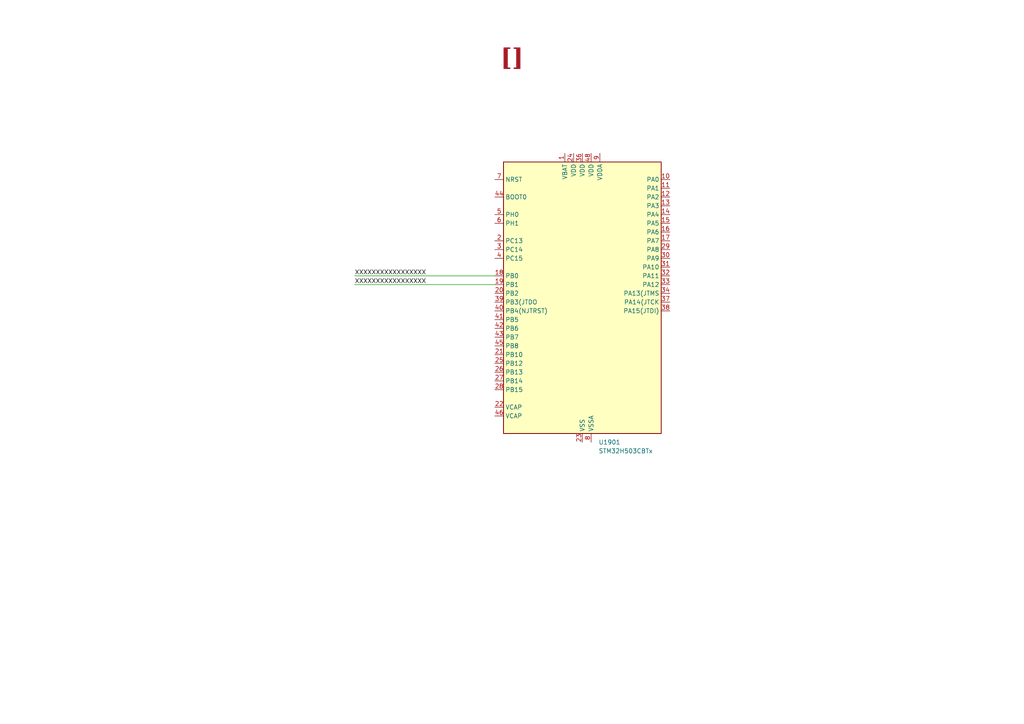
<source format=kicad_sch>
(kicad_sch (version 20250114) (generator "eeschema") (generator_version "9.0")
  (paper "A4")
  (title_block (title "[${#}] ${SHEETNAME}") (date "2025-09-22") (rev "${REVISION}") (company "${COMPANY}"))
  (lib_symbols
    (symbol "MCU_ST_STM32H5:STM32H503CBTx"
      (property "Reference" "U" (at -22.86 41.91 0))
      (property "Value" "STM32H503CBTx" (at 7.62 41.91 0))
      (symbol "STM32H503CBTx_0_1"
        (rectangle (start -22.86 -38.1) (end 22.86 40.64) (stroke (width 0.254)) (fill (type background)))
      )
      (symbol "STM32H503CBTx_1_1"
        (pin input line (at -25.4 35.56 0) (length 2.54) (name "NRST") (number "7"))
        (pin input line (at -25.4 30.48 0) (length 2.54) (name "BOOT0") (number "44"))
        (pin bidirectional line (at -25.4 25.4 0) (length 2.54) (name "PH0") (number "5"))
        (pin bidirectional line (at -25.4 22.86 0) (length 2.54) (name "PH1") (number "6"))
        (pin bidirectional line (at -25.4 17.78 0) (length 2.54) (name "PC13") (number "2"))
        (pin bidirectional line (at -25.4 15.24 0) (length 2.54) (name "PC14") (number "3"))
        (pin bidirectional line (at -25.4 12.7 0) (length 2.54) (name "PC15") (number "4"))
        (pin bidirectional line (at -25.4 7.62 0) (length 2.54) (name "PB0") (number "18"))
        (pin bidirectional line (at -25.4 5.08 0) (length 2.54) (name "PB1") (number "19"))
        (pin bidirectional line (at -25.4 2.54 0) (length 2.54) (name "PB2") (number "20"))
        (pin bidirectional line (at -25.4 0 0) (length 2.54) (name "PB3(JTDO") (number "39"))
        (pin bidirectional line (at -25.4 -2.54 0) (length 2.54) (name "PB4(NJTRST)") (number "40"))
        (pin bidirectional line (at -25.4 -5.08 0) (length 2.54) (name "PB5") (number "41"))
        (pin bidirectional line (at -25.4 -7.62 0) (length 2.54) (name "PB6") (number "42"))
        (pin bidirectional line (at -25.4 -10.16 0) (length 2.54) (name "PB7") (number "43"))
        (pin bidirectional line (at -25.4 -12.7 0) (length 2.54) (name "PB8") (number "45"))
        (pin bidirectional line (at -25.4 -15.24 0) (length 2.54) (name "PB10") (number "21"))
        (pin bidirectional line (at -25.4 -17.78 0) (length 2.54) (name "PB12") (number "25"))
        (pin bidirectional line (at -25.4 -20.32 0) (length 2.54) (name "PB13") (number "26"))
        (pin bidirectional line (at -25.4 -22.86 0) (length 2.54) (name "PB14") (number "27"))
        (pin bidirectional line (at -25.4 -25.4 0) (length 2.54) (name "PB15") (number "28"))
        (pin power_out line (at -25.4 -30.48 0) (length 2.54) (name "VCAP") (number "22"))
        (pin power_out line (at -25.4 -33.02 0) (length 2.54) (name "VCAP") (number "46"))
        (pin power_in line (at -5.08 43.18 270) (length 2.54) (name "VBAT") (number "1"))
        (pin power_in line (at -2.54 43.18 270) (length 2.54) (name "VDD") (number "24"))
        (pin power_in line (at 0 43.18 270) (length 2.54) (name "VDD") (number "36"))
        (pin power_in line (at 0 -40.64 90) (length 2.54) (name "VSS") (number "23"))
        (pin passive line (at 0 -40.64 90) (length 2.54) (hide yes) (name "VSS") (number "35"))
        (pin passive line (at 0 -40.64 90) (length 2.54) (hide yes) (name "VSS") (number "47"))
        (pin power_in line (at 2.54 43.18 270) (length 2.54) (name "VDD") (number "48"))
        (pin power_in line (at 2.54 -40.64 90) (length 2.54) (name "VSSA") (number "8"))
        (pin power_in line (at 5.08 43.18 270) (length 2.54) (name "VDDA") (number "9"))
        (pin bidirectional line (at 25.4 35.56 180) (length 2.54) (name "PA0") (number "10"))
        (pin bidirectional line (at 25.4 33.02 180) (length 2.54) (name "PA1") (number "11"))
        (pin bidirectional line (at 25.4 30.48 180) (length 2.54) (name "PA2") (number "12"))
        (pin bidirectional line (at 25.4 27.94 180) (length 2.54) (name "PA3") (number "13"))
        (pin bidirectional line (at 25.4 25.4 180) (length 2.54) (name "PA4") (number "14"))
        (pin bidirectional line (at 25.4 22.86 180) (length 2.54) (name "PA5") (number "15"))
        (pin bidirectional line (at 25.4 20.32 180) (length 2.54) (name "PA6") (number "16"))
        (pin bidirectional line (at 25.4 17.78 180) (length 2.54) (name "PA7") (number "17"))
        (pin bidirectional line (at 25.4 15.24 180) (length 2.54) (name "PA8") (number "29"))
        (pin bidirectional line (at 25.4 12.7 180) (length 2.54) (name "PA9") (number "30"))
        (pin bidirectional line (at 25.4 10.16 180) (length 2.54) (name "PA10") (number "31"))
        (pin bidirectional line (at 25.4 7.62 180) (length 2.54) (name "PA11") (number "32"))
        (pin bidirectional line (at 25.4 5.08 180) (length 2.54) (name "PA12") (number "33"))
        (pin bidirectional line (at 25.4 2.54 180) (length 2.54) (name "PA13(JTMS") (number "34"))
        (pin bidirectional line (at 25.4 0 180) (length 2.54) (name "PA14(JTCK") (number "37"))
        (pin bidirectional line (at 25.4 -2.54 180) (length 2.54) (name "PA15(JTDI)") (number "38"))
      )
    )
  )
  (text "DESIGN CONSIDERATIONS" (at 10.16 223.52 0) (effects (font (size 5 5) (bold yes)) (justify left bottom)))
  (text_box "DESIGN NOTE:\nExample text for debug notes." (at 45.085 226.695 0) (size 30.48 20.32) (margins 2 2 2 2) (stroke (width 1) (color 255 165 0 1)) (effects (font (size 2 2)) (justify left top)))
  (text_box "DESIGN NOTE:\nExample text for informational design notes." (at 10.16 226.695 0) (size 30.48 20.32) (margins 2 2 2 2) (stroke (width 1) (color 200 200 200 1)) (effects (font (size 2 2)) (justify left top)))
  (text_box "LAYOUT NOTE:\nExample text for critical layout guidelines." (at 149.86 226.695 0) (size 30.48 20.32) (margins 2.25 2.25 2.25 2.25) (stroke (width 1.5) (color 0 0 255 1)) (effects (font (size 2 2) (thickness 0.4) (bold yes)) (justify left top)))
  (text_box "DESIGN NOTE:\nExample text for critical design notes." (at 114.935 226.695 0) (size 30.48 20.32) (margins 2.25 2.25 2.25 2.25) (stroke (width 1.5) (color 255 0 0 1)) (effects (font (size 2 2) (thickness 0.4) (bold yes)) (justify left top)))
  (text_box "DESIGN NOTE:\nExample text for cautionary design notes." (at 80.01 226.695 0) (size 30.48 20.32) (margins 2 2 2 2) (stroke (width 1) (color 250 236 0 1)) (effects (font (size 2 2)) (justify left top)))
  (text_box "[${#}] ${SHEETNAME}" (at 48.5 13 0) (size 200 8) (margins 5.9999 5.9999 5.9999 5.9999) (stroke (width -0.0001)) (effects (font (size 5 5) (thickness 1.2) (bold yes))))
  (wire (pts (xy 102.87 82.55) (xy 143.51 82.55)))
  (wire (pts (xy 102.87 80.01) (xy 143.51 80.01)))
  (label "XXXXXXXXXXXXXXXXX" (at 102.87 80.01 0))
  (label "XXXXXXXXXXXXXXXXX" (at 102.87 82.55 0))
  (symbol (lib_id "MCU_ST_STM32H5:STM32H503CBTx") (at 168.91 87.63 0) (unit 1)
    (property "Reference" "U1901" (at 173.5933 128.27 0) (effects (justify left)))
    (property "Value" "STM32H503CBTx" (at 173.5933 130.81 0) (effects (justify left)))
    (property "Footprint" "Package_QFP:LQFP-48_7x7mm_P0.5mm" (effects (hide yes)))
    (property "Datasheet" "https://www.st.com/resource/en/datasheet/stm32h503cb.pdf" (effects (hide yes)))
    (property "Description" "STMicroelectronics Arm Cortex-M33 MCU, 128KB flash, 32KB RAM, 250 MHz, 35 GPIO, LQFP48" (effects (hide yes)))
  )
)
</source>
